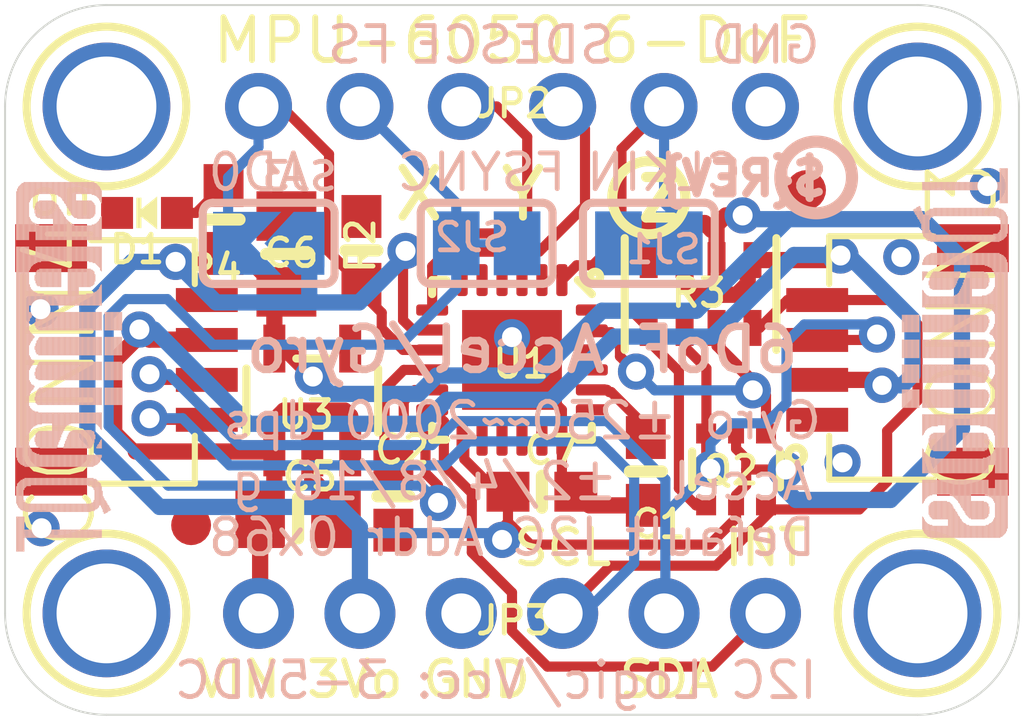
<source format=kicad_pcb>
(kicad_pcb (version 20221018) (generator pcbnew)
  (layers (0 "F.Cu" signal) (31 "B.Cu" signal) (34 "B.Paste" user) (35 "F.Paste" user) (36 "B.SilkS" user "B.Silkscreen") (37 "F.SilkS" user "F.Silkscreen") (38 "B.Mask" user) (39 "F.Mask" user) (44 "Edge.Cuts" user))
  (net 0 "")
  (net 1 "3.3V")
  (net 2 "GND")
  (net 3 "SDA")
  (net 4 "SCL")
  (net 5 "FSYNC_IN")
  (net 6 "CLKIN")
  (net 7 "CPOUT")
  (net 8 "REGOUT")
  (net 9 "SDA_EXT")
  (net 10 "SCL_EXT")
  (net 11 "AD0")
  (net 12 "SCL_3V")
  (net 13 "SDA_3V")
  (net 14 "INT")
  (net 15 "VCC")
  (net 16 "N$1")
  (footprint "Adafruit MPU6050:0805-NO" (layer "F.Cu") (at 143.1417 108.966)
    (fp_text reference "C5" (at -0.4572 -0.635) (layer "F.SilkS") (effects (font (size 0.692831 0.692831) (thickness 0.119969)) (justify left bottom)))
    (fp_text value "10uF")
    (pad "1" smd rect (at -0.95 0) (size 1.24 1.5) (layers "F.Cu" "F.Paste" "F.Mask") (net 15 "VCC"))
    (pad "2" smd rect (at 0.95 0) (size 1.24 1.5) (layers "F.Cu" "F.Paste" "F.Mask") (net 2 "GND"))
  )
  (footprint "Adafruit MPU6050:0603-NO" (layer "F.Cu") (at 144.7292 102.2604 90)
    (fp_text reference "R2" (at -0.635 0.381 90) (layer "F.SilkS") (effects (font (size 0.692831 0.692831) (thickness 0.119969)) (justify left bottom)))
    (fp_text value "10K")
    (pad "1" smd rect (at -0.85 0 90) (size 1.075 1) (layers "F.Cu" "F.Paste" "F.Mask") (net 11 "AD0"))
    (pad "2" smd rect (at 0.85 0 90) (size 1.075 1) (layers "F.Cu" "F.Paste" "F.Mask") (net 2 "GND"))
  )
  (footprint "Adafruit MPU6050:CHIPLED_0603_NOOUTLINE" (layer "F.Cu") (at 139.3571 101.3206 90)
    (fp_text reference "D1" (at -0.508 0.508) (layer "F.SilkS") (effects (font (size 0.692831 0.692831) (thickness 0.119969)) (justify right top)))
    (fp_text value "GREEN")
    (pad "A" smd rect (at 0 0.75 90) (size 0.8 0.8) (layers "F.Cu" "F.Paste" "F.Mask") (net 16 "N$1"))
    (pad "C" smd rect (at 0 -0.75 90) (size 0.8 0.8) (layers "F.Cu" "F.Paste" "F.Mask") (net 2 "GND"))
  )
  (footprint "Adafruit MPU6050:QFN24_4MM_SMSC" (layer "F.Cu") (at 148.5011 105.0036 -90)
    (fp_text reference "U1" (at 0.502 0.545) (layer "F.SilkS") (effects (font (size 0.692831 0.692831) (thickness 0.119969)) (justify left bottom)))
    (fp_text value "MPU-6050")
    (pad "1" smd roundrect (at -2 -1.25 90) (size 0.8 0.28) (layers "F.Cu" "F.Paste" "F.Mask") (net 6 "CLKIN"))
    (pad "2" smd roundrect (at -2 -0.75 90) (size 0.8 0.28) (layers "F.Cu" "F.Paste" "F.Mask"))
    (pad "3" smd roundrect (at -2 -0.25 90) (size 0.8 0.28) (layers "F.Cu" "F.Paste" "F.Mask"))
    (pad "4" smd roundrect (at -2 0.25 90) (size 0.8 0.28) (layers "F.Cu" "F.Paste" "F.Mask"))
    (pad "5" smd roundrect (at -2 0.75 90) (size 0.8 0.28) (layers "F.Cu" "F.Paste" "F.Mask"))
    (pad "6" smd roundrect (at -2 1.25 90) (size 0.8 0.28) (layers "F.Cu" "F.Paste" "F.Mask") (net 9 "SDA_EXT"))
    (pad "7" smd roundrect (at -1.25 2) (size 0.8 0.28) (layers "F.Cu" "F.Paste" "F.Mask") (net 10 "SCL_EXT"))
    (pad "8" smd roundrect (at -0.75 2) (size 0.8 0.28) (layers "F.Cu" "F.Paste" "F.Mask") (net 1 "3.3V"))
    (pad "9" smd roundrect (at -0.25 2) (size 0.8 0.28) (layers "F.Cu" "F.Paste" "F.Mask") (net 11 "AD0"))
    (pad "10" smd roundrect (at 0.25 2) (size 0.8 0.28) (layers "F.Cu" "F.Paste" "F.Mask") (net 8 "REGOUT"))
    (pad "11" smd roundrect (at 0.75 2) (size 0.8 0.28) (layers "F.Cu" "F.Paste" "F.Mask") (net 5 "FSYNC_IN"))
    (pad "12" smd roundrect (at 1.25 2) (size 0.8 0.28) (layers "F.Cu" "F.Paste" "F.Mask") (net 14 "INT"))
    (pad "13" smd roundrect (at 2 1.25 270) (size 0.8 0.28) (layers "F.Cu" "F.Paste" "F.Mask") (net 1 "3.3V"))
    (pad "14" smd roundrect (at 2 0.75 270) (size 0.8 0.28) (layers "F.Cu" "F.Paste" "F.Mask"))
    (pad "15" smd roundrect (at 2 0.25 270) (size 0.8 0.28) (layers "F.Cu" "F.Paste" "F.Mask"))
    (pad "16" smd roundrect (at 2 -0.25 270) (size 0.8 0.28) (layers "F.Cu" "F.Paste" "F.Mask"))
    (pad "17" smd roundrect (at 2 -0.75 270) (size 0.8 0.28) (layers "F.Cu" "F.Paste" "F.Mask"))
    (pad "18" smd roundrect (at 2 -1.25 270) (size 0.8 0.28) (layers "F.Cu" "F.Paste" "F.Mask") (net 2 "GND"))
    (pad "19" smd roundrect (at 1.25 -2 180) (size 0.8 0.28) (layers "F.Cu" "F.Paste" "F.Mask"))
    (pad "20" smd roundrect (at 0.75 -2 180) (size 0.8 0.28) (layers "F.Cu" "F.Paste" "F.Mask") (net 7 "CPOUT"))
    (pad "21" smd roundrect (at 0.25 -2 180) (size 0.8 0.28) (layers "F.Cu" "F.Paste" "F.Mask"))
    (pad "22" smd roundrect (at -0.25 -2 180) (size 0.8 0.28) (layers "F.Cu" "F.Paste" "F.Mask"))
    (pad "23" smd roundrect (at -0.75 -2 180) (size 0.8 0.28) (layers "F.Cu" "F.Paste" "F.Mask") (net 12 "SCL_3V"))
    (pad "24" smd roundrect (at -1.25 -2 180) (size 0.8 0.28) (layers "F.Cu" "F.Paste" "F.Mask") (net 13 "SDA_3V"))
    (pad "THERM" smd rect (at 0 0 270) (size 2.5 2.5) (layers "F.Cu" "F.Mask") (net 2 "GND"))
  )
  (footprint "Adafruit MPU6050:0603-NO" (layer "F.Cu") (at 149.2504 108.3056)
    (fp_text reference "C7" (at -0.508 -0.635) (layer "F.SilkS") (effects (font (size 0.692831 0.692831) (thickness 0.119969)) (justify left bottom)))
    (fp_text value "0.1uF")
    (pad "1" smd rect (at -0.85 0) (size 1.075 1) (layers "F.Cu" "F.Paste" "F.Mask") (net 1 "3.3V"))
    (pad "2" smd rect (at 0.85 0) (size 1.075 1) (layers "F.Cu" "F.Paste" "F.Mask") (net 2 "GND"))
  )
  (footprint "Adafruit MPU6050:0805-NO" (layer "F.Cu") (at 142.8496 102.3493 90)
    (fp_text reference "C6" (at -0.381 -0.635) (layer "F.SilkS") (effects (font (size 0.692831 0.692831) (thickness 0.119969)) (justify left bottom)))
    (fp_text value "10uF")
    (pad "1" smd rect (at -0.95 0 90) (size 1.24 1.5) (layers "F.Cu" "F.Paste" "F.Mask") (net 1 "3.3V"))
    (pad "2" smd rect (at 0.95 0 90) (size 1.24 1.5) (layers "F.Cu" "F.Paste" "F.Mask") (net 2 "GND"))
  )
  (footprint "Adafruit MPU6050:FIDUCIAL_1MM" (layer "F.Cu") (at 155.8671 100.7491)
    (fp_text reference "FID3" hide)
    (fp_text value "FIDUCIAL_1MM" hide)
    (pad "1" smd roundrect (at 0 0) (size 1 1) (layers "F.Cu" "F.Mask") (roundrect_rratio 0.5))
  )
  (footprint "Adafruit MPU6050:MOUNTINGHOLE_2.5_PLATED" (layer "F.Cu") (at 138.3411 98.6536)
    (fp_text reference "U$39" hide)
    (fp_text value "MOUNTINGHOLE2.5" hide)
    (pad "P$1" thru_hole circle (at 0 0) (size 3.2 3.2) (drill 2.5) (layers "*.Cu" "*.Mask"))
  )
  (footprint "Adafruit MPU6050:MOUNTINGHOLE_2.5_PLATED" (layer "F.Cu") (at 158.6611 111.3536)
    (fp_text reference "U$43" hide)
    (fp_text value "MOUNTINGHOLE2.5" hide)
    (pad "P$1" thru_hole circle (at 0 0) (size 3.2 3.2) (drill 2.5) (layers "*.Cu" "*.Mask"))
  )
  (footprint "Adafruit MPU6050:0603-NO" (layer "F.Cu") (at 151.8539 107.7976 -90)
    (fp_text reference "C1" (at 1.7272 0.4318) (layer "F.SilkS") (effects (font (size 0.692831 0.692831) (thickness 0.119969)) (justify left bottom)))
    (fp_text value "2.2nF")
    (pad "1" smd rect (at -0.85 0 270) (size 1.075 1) (layers "F.Cu" "F.Paste" "F.Mask") (net 7 "CPOUT"))
    (pad "2" smd rect (at 0.85 0 270) (size 1.075 1) (layers "F.Cu" "F.Paste" "F.Mask") (net 2 "GND"))
  )
  (footprint "Adafruit MPU6050:1X06_ROUND" (layer "F.Cu") (at 148.5011 98.6536)
    (fp_text reference "JP2" (at -0.9652 0.3302) (layer "F.SilkS") (effects (font (size 0.692831 0.692831) (thickness 0.119969)) (justify left bottom)))
    (fp_text value "")
    (pad "1" thru_hole circle (at -6.35 0 90) (size 1.6764 1.6764) (drill 1) (layers "*.Cu" "*.Mask") (net 11 "AD0"))
    (pad "2" thru_hole circle (at -3.81 0 90) (size 1.6764 1.6764) (drill 1) (layers "*.Cu" "*.Mask") (net 5 "FSYNC_IN"))
    (pad "3" thru_hole circle (at -1.27 0 90) (size 1.6764 1.6764) (drill 1) (layers "*.Cu" "*.Mask") (net 10 "SCL_EXT"))
    (pad "4" thru_hole circle (at 1.27 0 90) (size 1.6764 1.6764) (drill 1) (layers "*.Cu" "*.Mask") (net 9 "SDA_EXT"))
    (pad "5" thru_hole circle (at 3.81 0 90) (size 1.6764 1.6764) (drill 1) (layers "*.Cu" "*.Mask") (net 6 "CLKIN"))
    (pad "6" thru_hole circle (at 6.35 0 90) (size 1.6764 1.6764) (drill 1) (layers "*.Cu" "*.Mask") (net 2 "GND"))
  )
  (footprint "Adafruit MPU6050:SOT23-5" (layer "F.Cu") (at 143.4973 106.0196)
    (fp_text reference "U3" (at 0.6128 -0.0508) (layer "F.SilkS") (effects (font (size 0.692831 0.692831) (thickness 0.119969)) (justify right top)))
    (fp_text value "AP2112K-3.3")
    (pad "1" smd rect (at -0.95 1.3001) (size 0.55 1.2) (layers "F.Cu" "F.Paste" "F.Mask") (net 15 "VCC"))
    (pad "2" smd rect (at 0 1.3001) (size 0.55 1.2) (layers "F.Cu" "F.Paste" "F.Mask") (net 2 "GND"))
    (pad "3" smd rect (at 0.95 1.3001) (size 0.55 1.2) (layers "F.Cu" "F.Paste" "F.Mask") (net 15 "VCC"))
    (pad "4" smd rect (at 0.95 -1.3001) (size 0.55 1.2) (layers "F.Cu" "F.Paste" "F.Mask"))
    (pad "5" smd rect (at -0.95 -1.3001) (size 0.55 1.2) (layers "F.Cu" "F.Paste" "F.Mask") (net 1 "3.3V"))
  )
  (footprint "Adafruit MPU6050:0603-NO" (layer "F.Cu") (at 145.5293 108.4199 -90)
    (fp_text reference "C2" (at -0.762 0.5334) (layer "F.SilkS") (effects (font (size 0.692831 0.692831) (thickness 0.119969)) (justify left bottom)))
    (fp_text value "0.1uF")
    (pad "1" smd rect (at -0.85 0 270) (size 1.075 1) (layers "F.Cu" "F.Paste" "F.Mask") (net 8 "REGOUT"))
    (pad "2" smd rect (at 0.85 0 270) (size 1.075 1) (layers "F.Cu" "F.Paste" "F.Mask") (net 2 "GND"))
  )
  (footprint "Adafruit MPU6050:1X06_ROUND_70" (layer "F.Cu") (at 148.5011 111.3536)
    (fp_text reference "JP3" (at -0.9652 0.5842) (layer "F.SilkS") (effects (font (size 0.692831 0.692831) (thickness 0.119969)) (justify left bottom)))
    (fp_text value "")
    (pad "1" thru_hole circle (at -6.35 0 90) (size 1.778 1.778) (drill 1) (layers "*.Cu" "*.Mask") (net 15 "VCC"))
    (pad "2" thru_hole circle (at -3.81 0 90) (size 1.778 1.778) (drill 1) (layers "*.Cu" "*.Mask") (net 1 "3.3V"))
    (pad "3" thru_hole circle (at -1.27 0 90) (size 1.778 1.778) (drill 1) (layers "*.Cu" "*.Mask") (net 2 "GND"))
    (pad "4" thru_hole circle (at 1.27 0 90) (size 1.778 1.778) (drill 1) (layers "*.Cu" "*.Mask") (net 4 "SCL"))
    (pad "5" thru_hole circle (at 3.81 0 90) (size 1.778 1.778) (drill 1) (layers "*.Cu" "*.Mask") (net 3 "SDA"))
    (pad "6" thru_hole circle (at 6.35 0 90) (size 1.778 1.778) (drill 1) (layers "*.Cu" "*.Mask") (net 14 "INT"))
  )
  (footprint "Adafruit MPU6050:FIDUCIAL_1MM" (layer "F.Cu") (at 140.462 109.1438)
    (fp_text reference "FID4" hide)
    (fp_text value "FIDUCIAL_1MM" hide)
    (pad "1" smd roundrect (at 0 0) (size 1 1) (layers "F.Cu" "F.Mask") (roundrect_rratio 0.5))
  )
  (footprint "Adafruit MPU6050:0603-NO" (layer "F.Cu") (at 141.2748 101.4857 90)
    (fp_text reference "R4" (at -0.8382 0.5334) (layer "F.SilkS") (effects (font (size 0.692831 0.692831) (thickness 0.119969)) (justify right top)))
    (fp_text value "10K")
    (pad "1" smd rect (at -0.85 0 90) (size 1.075 1) (layers "F.Cu" "F.Paste" "F.Mask") (net 1 "3.3V"))
    (pad "2" smd rect (at 0.85 0 90) (size 1.075 1) (layers "F.Cu" "F.Paste" "F.Mask") (net 16 "N$1"))
  )
  (footprint "Adafruit MPU6050:SOT363" (layer "F.Cu") (at 154.1145 107.7468 180)
    (fp_text reference "Q2" (at -0.635 0.381) (layer "F.SilkS") (effects (font (size 0.692831 0.692831) (thickness 0.119969)) (justify right top)))
    (fp_text value "BSS138")
    (pad "1" smd rect (at -0.75 0.9 180) (size 0.5 0.5) (layers "F.Cu" "F.Paste" "F.Mask") (net 12 "SCL_3V"))
    (pad "2" smd rect (at 0 0.9 180) (size 0.4 0.5) (layers "F.Cu" "F.Paste" "F.Mask") (net 1 "3.3V"))
    (pad "3" smd rect (at 0.75 0.9 180) (size 0.5 0.5) (layers "F.Cu" "F.Paste" "F.Mask") (net 3 "SDA"))
    (pad "4" smd rect (at 0.75 -0.9 180) (size 0.5 0.5) (layers "F.Cu" "F.Paste" "F.Mask") (net 13 "SDA_3V"))
    (pad "5" smd rect (at 0 -0.9 180) (size 0.4 0.5) (layers "F.Cu" "F.Paste" "F.Mask") (net 1 "3.3V"))
    (pad "6" smd rect (at -0.75 -0.9 180) (size 0.5 0.5) (layers "F.Cu" "F.Paste" "F.Mask") (net 4 "SCL"))
  )
  (footprint "Adafruit MPU6050:MOUNTINGHOLE_2.5_PLATED" (layer "F.Cu") (at 158.6611 98.6536)
    (fp_text reference "U$40" hide)
    (fp_text value "MOUNTINGHOLE2.5" hide)
    (pad "P$1" thru_hole circle (at 0 0) (size 3.2 3.2) (drill 2.5) (layers "*.Cu" "*.Mask"))
  )
  (footprint "Adafruit MPU6050:RESPACK_4X0603" (layer "F.Cu") (at 153.2255 103.3526 180)
    (fp_text reference "R3" (at -0.711 0.432) (layer "F.SilkS") (effects (font (size 0.692831 0.692831) (thickness 0.119969)) (justify right top)))
    (fp_text value "10K")
    (pad "1" smd rect (at -1.3 0.85 180) (size 0.45 0.9) (layers "F.Cu" "F.Paste" "F.Mask") (net 15 "VCC"))
    (pad "2" smd rect (at -0.4 0.85 180) (size 0.45 0.9) (layers "F.Cu" "F.Paste" "F.Mask") (net 1 "3.3V"))
    (pad "3" smd rect (at 0.4 0.85 180) (size 0.45 0.9) (layers "F.Cu" "F.Paste" "F.Mask") (net 15 "VCC"))
    (pad "4" smd rect (at 1.3 0.85 180) (size 0.45 0.9) (layers "F.Cu" "F.Paste" "F.Mask") (net 1 "3.3V"))
    (pad "5" smd rect (at 1.3 -0.85 180) (size 0.45 0.9) (layers "F.Cu" "F.Paste" "F.Mask") (net 13 "SDA_3V"))
    (pad "6" smd rect (at 0.4 -0.85 180) (size 0.45 0.9) (layers "F.Cu" "F.Paste" "F.Mask") (net 3 "SDA"))
    (pad "7" smd rect (at -0.4 -0.85 180) (size 0.45 0.9) (layers "F.Cu" "F.Paste" "F.Mask") (net 12 "SCL_3V"))
    (pad "8" smd rect (at -1.3 -0.85 180) (size 0.45 0.9) (layers "F.Cu" "F.Paste" "F.Mask") (net 4 "SCL"))
  )
  (footprint "Adafruit MPU6050:MOUNTINGHOLE_2.5_PLATED" (layer "F.Cu") (at 138.3411 111.3536)
    (fp_text reference "U$42" hide)
    (fp_text value "MOUNTINGHOLE2.5" hide)
    (pad "P$1" thru_hole circle (at 0 0) (size 3.2 3.2) (drill 2.5) (layers "*.Cu" "*.Mask"))
  )
  (footprint "Adafruit MPU6050:JST_SH4" (layer "F.Cu") (at 138.3411 105.0036 -90)
    (fp_text reference "CONN4" (at -3.711 2.101 90) (layer "F.SilkS") (effects (font (size 1.647139 1.647139) (thickness 0.130861)) (justify right top)))
    (fp_text value "STEMMA_I2C_QT" hide)
    (pad "1" smd rect (at -1.5 -2.514) (size 1.55 0.6) (layers "F.Cu" "F.Paste" "F.Mask") (net 2 "GND"))
    (pad "2" smd rect (at -0.5 -2.514) (size 1.55 0.6) (layers "F.Cu" "F.Paste" "F.Mask") (net 15 "VCC"))
    (pad "3" smd rect (at 0.5 -2.514) (size 1.55 0.6) (layers "F.Cu" "F.Paste" "F.Mask") (net 3 "SDA"))
    (pad "4" smd rect (at 1.5 -2.514) (size 1.55 0.6) (layers "F.Cu" "F.Paste" "F.Mask") (net 4 "SCL"))
    (pad "MT1" smd rect (at -2.8 1.386) (size 1.8 1.2) (layers "F.Cu" "F.Paste" "F.Mask"))
    (pad "MT2" smd rect (at 2.8 1.386) (size 1.8 1.2) (layers "F.Cu" "F.Paste" "F.Mask"))
  )
  (footprint "Adafruit MPU6050:JST_SH4" (layer "F.Cu") (at 158.6611 105.0036 90)
    (fp_text reference "CONN3" (at -3.457 2.101 90) (layer "F.SilkS") (effects (font (size 1.647139 1.647139) (thickness 0.130861)) (justify left bottom)))
    (fp_text value "STEMMA_I2C_QT" hide)
    (pad "1" smd rect (at -1.5 -2.514 180) (size 1.55 0.6) (layers "F.Cu" "F.Paste" "F.Mask") (net 2 "GND"))
    (pad "2" smd rect (at -0.5 -2.514 180) (size 1.55 0.6) (layers "F.Cu" "F.Paste" "F.Mask") (net 15 "VCC"))
    (pad "3" smd rect (at 0.5 -2.514 180) (size 1.55 0.6) (layers "F.Cu" "F.Paste" "F.Mask") (net 3 "SDA"))
    (pad "4" smd rect (at 1.5 -2.514 180) (size 1.55 0.6) (layers "F.Cu" "F.Paste" "F.Mask") (net 4 "SCL"))
    (pad "MT1" smd rect (at -2.8 1.386 180) (size 1.8 1.2) (layers "F.Cu" "F.Paste" "F.Mask"))
    (pad "MT2" smd rect (at 2.8 1.386 180) (size 1.8 1.2) (layers "F.Cu" "F.Paste" "F.Mask"))
  )
  (footprint "Adafruit MPU6050:SOLDERJUMPER_ARROW_NOPASTE" (layer "B.Cu") (at 142.4051 102.0826 180)
    (fp_text reference "SJ3" (at -1.778 1.27) (layer "B.SilkS") (effects (font (size 0.692831 0.692831) (thickness 0.119969)) (justify left bottom mirror)))
    (fp_text value "")
    (fp_poly (pts (xy 0.106121 -0.002663) (xy -0.679416 -0.7882) (xy -1.3946 -0.7882) (xy -1.3946 0.7882) (xy -0.62715 0.7882)) (fill solid) (layer "B.Cu"))
    (fp_poly (pts (xy 1.3946 -0.7882) (xy -0.315893 -0.7882) (xy 0.443148 0) (xy -0.315893 0.7882) (xy 1.3946 0.7882)) (fill solid) (layer "B.Cu"))
    (pad "1" smd roundrect (at -1.016 0 180) (size 0.762 1.524) (layers "B.Cu") (net 1 "3.3V"))
    (pad "2" smd roundrect (at 1.016 0 180) (size 0.762 1.524) (layers "B.Cu") (net 11 "AD0"))
  )
  (footprint "Adafruit MPU6050:PCBFEAT-REV-040" (layer "B.Cu") (at 156.1211 100.4316 180)
    (fp_text reference "U$46" hide)
    (fp_text value "" hide)
    (fp_text user "${REV}" (at -0.3556 -0.508) (layer "B.SilkS") (effects (font (size 0.8128 0.8128) (thickness 0.2032)) (justify left bottom mirror)))
  )
  (footprint "Adafruit MPU6050:SOLDERJUMPER_CLOSEDWIRE" (layer "B.Cu") (at 151.9301 102.0826)
    (fp_text reference "SJ1" (at -0.635 -0.254) (layer "B.SilkS") (effects (font (size 0.692831 0.692831) (thickness 0.119969)) (justify right top mirror)))
    (fp_text value "CLKIN")
    (pad "1" smd rect (at -0.762 0) (size 1.1684 1.6002) (layers "B.Cu") (net 2 "GND"))
    (pad "2" smd rect (at 0.762 0) (size 1.1684 1.6002) (layers "B.Cu") (net 6 "CLKIN"))
    (pad "WIRE" smd rect (at 0 0 180) (size 0.635 0.2032) (layers "B.Cu"))
  )
  (footprint "Adafruit MPU6050:STEMMAQT" (layer "B.Cu") (at 158.2801 109.4486 90)
    (fp_text reference "U$47" hide)
    (fp_text value "" hide)
  )
  (footprint "Adafruit MPU6050:SOLDERJUMPER_CLOSEDWIRE" (layer "B.Cu") (at 147.8661 102.0826 180)
    (fp_text reference "SJ2" (at -0.635 -0.254) (layer "B.SilkS") (effects (font (size 0.692831 0.692831) (thickness 0.119969)) (justify left bottom mirror)))
    (fp_text value "FSYNC")
    (pad "1" smd rect (at -0.762 0 180) (size 1.1684 1.6002) (layers "B.Cu") (net 2 "GND"))
    (pad "2" smd rect (at 0.762 0 180) (size 1.1684 1.6002) (layers "B.Cu") (net 5 "FSYNC_IN"))
    (pad "WIRE" smd rect (at 0 0) (size 0.635 0.2032) (layers "B.Cu"))
  )
  (footprint "Adafruit MPU6050:STEMMAQT" (layer "B.Cu") (at 138.7221 100.5586 -90)
    (fp_text reference "U$48" hide)
    (fp_text value "" hide)
  )
  (gr_circle (center 151.9301 100.9396) (end 152.845909 100.9396) (stroke (width 0.254)) (fill none) (layer "F.SilkS"))
  (gr_arc (start 135.8011 98.6536) (mid 136.545049 96.857549) (end 138.3411 96.1136) (stroke (width 0.05)) (layer "Edge.Cuts"))
  (gr_arc (start 138.3411 113.8936) (mid 136.545049 113.149651) (end 135.8011 111.3536) (stroke (width 0.05)) (layer "Edge.Cuts"))
  (gr_arc (start 161.2011 111.3536) (mid 160.457151 113.149651) (end 158.6611 113.8936) (stroke (width 0.05)) (layer "Edge.Cuts"))
  (gr_line (start 135.8011 98.6536) (end 135.8011 111.3536) (stroke (width 0.05)) (layer "Edge.Cuts"))
  (gr_line (start 138.3411 113.8936) (end 158.6611 113.8936) (stroke (width 0.05)) (layer "Edge.Cuts"))
  (gr_arc (start 158.6611 96.1136) (mid 160.457151 96.857549) (end 161.2011 98.6536) (stroke (width 0.05)) (layer "Edge.Cuts"))
  (gr_line (start 158.6611 96.1136) (end 138.3411 96.1136) (stroke (width 0.05)) (layer "Edge.Cuts"))
  (gr_line (start 161.2011 111.3536) (end 161.2011 98.6536) (stroke (width 0.05)) (layer "Edge.Cuts"))
  (gr_text "SCE" (at 147.2311 97.6376) (layer "B.SilkS") (effects (font (size 0.89408 0.89408) (thickness 0.12192)) (justify bottom mirror)))
  (gr_text "AD0" (at 142.1511 100.3046) (layer "B.SilkS") (effects (font (size 0.89408 0.89408) (thickness 0.12192)) (justify mirror)))
  (gr_text "FSYNC" (at 147.7391 100.3046) (layer "B.SilkS") (effects (font (size 0.89408 0.89408) (thickness 0.12192)) (justify mirror)))
  (gr_text "CLKIN" (at 152.3111 100.3046) (layer "B.SilkS") (effects (font (size 0.89408 0.89408) (thickness 0.12192)) (justify mirror)))
  (gr_text "Gyro ±250~~2000 dps" (at 148.7551 106.5276) (layer "B.SilkS") (effects (font (size 0.89408 0.89408) (thickness 0.12192)) (justify mirror)))
  (gr_text "I2C Logic/Vcc: 3-5VDC" (at 148.0947 113.03) (layer "B.SilkS") (effects (font (size 0.89408 0.89408) (thickness 0.12192)) (justify mirror)))
  (gr_text "SDE" (at 149.7711 97.6376) (layer "B.SilkS") (effects (font (size 0.89408 0.89408) (thickness 0.12192)) (justify bottom mirror)))
  (gr_text "FS" (at 144.6911 97.6376) (layer "B.SilkS") (effects (font (size 0.89408 0.89408) (thickness 0.12192)) (justify bottom mirror)))
  (gr_text "Accel  ±2/4/8/16 g" (at 148.7551 108.0516) (layer "B.SilkS") (effects (font (size 0.89408 0.89408) (thickness 0.12192)) (justify mirror)))
  (gr_text "Default I2C Addr 0x68" (at 148.5011 109.4486) (layer "B.SilkS") (effects (font (size 0.89408 0.89408) (thickness 0.12192)) (justify mirror)))
  (gr_text "6DoF Accel/Gyro" (at 148.7551 104.7496) (layer "B.SilkS") (effects (font (size 1.0795 1.0795) (thickness 0.1905)) (justify mirror)))
  (gr_text "GND" (at 154.8511 97.6376) (layer "B.SilkS") (effects (font (size 0.89408 0.89408) (thickness 0.12192)) (justify bottom mirror)))
  (gr_text "on" (at 136.3091 101.4476) (layer "F.SilkS") (effects (font (size 0.89408 0.89408) (thickness 0.12192)) (justify left bottom)))
  (gr_text "SCL" (at 149.7711 109.7026) (layer "F.SilkS") (effects (font (size 0.87376 0.87376) (thickness 0.14224))))
  (gr_text "MPU-6050 6-DoF" (at 148.5011 97.0026) (layer "F.SilkS") (effects (font (size 1.072896 1.072896) (thickness 0.146304))))
  (gr_text "SDA" (at 152.4381 113.0046) (layer "F.SilkS") (effects (font (size 0.87376 0.87376) (thickness 0.14224))))
  (gr_text "GND" (at 147.6121 113.0046) (layer "F.SilkS") (effects (font (size 0.87376 0.87376) (thickness 0.14224))))
  (gr_text "VIN" (at 141.6431 113.0046) (layer "F.SilkS") (effects (font (size 0.87376 0.87376) (thickness 0.14224))))
  (gr_text "Z" (at 151.5491 101.5746) (layer "F.SilkS") (effects (font (size 1.016 1.016) (thickness 0.254)) (justify left bottom)))
  (gr_text "3Vo" (at 144.5641 113.0046) (layer "F.SilkS") (effects (font (size 0.87376 0.87376) (thickness 0.14224))))
  (gr_text "INT" (at 154.8511 109.7026) (layer "F.SilkS") (effects (font (size 0.87376 0.87376) (thickness 0.14224))))
  (gr_text "X" (at 145.4531 101.5746) (layer "F.SilkS") (effects (font (size 1.223264 1.223264) (thickness 0.199136)) (justify left bottom)))
  (gr_text "Y" (at 148.1201 101.5746) (layer "F.SilkS") (effects (font (size 1.223264 1.223264) (thickness 0.199136)) (justify left bottom)))
  (segment (start 154.3685 108.1388) (end 154.1145 108.3928) (width 0.254) (layer "F.Cu") (net 1))
  (segment (start 147.84335 108.0259) (end 147.8289 108.0259) (width 0.254) (layer "F.Cu") (net 1))
  (segment (start 153.3271 101.5746) (end 151.9255 101.5746) (width 0.4064) (layer "F.Cu") (net 1))
  (segment (start 154.3685 107.7498) (end 155.3591 107.7498) (width 0.254) (layer "F.Cu") (net 1))
  (segment (start 147.2511 107.0036) (end 147.3063 107.0588) (width 0.254) (layer "F.Cu") (net 1))
  (segment (start 140.073 102.5472) (end 141.0633 102.5472) (width 0.4064) (layer "F.Cu") (net 1))
  (segment (start 146.5011 104.2536) (end 146.0185 104.2536) (width 0.254) (layer "F.Cu") (net 1))
  (segment (start 153.6255 102.5026) (end 153.6255 101.619) (width 0.4064) (layer "F.Cu") (net 1))
  (segment (start 146.0185 104.2536) (end 145.7715 104.0066) (width 0.254) (layer "F.Cu") (net 1))
  (segment (start 153.4985 101.746) (end 153.6255 101.619) (width 0.4064) (layer "F.Cu") (net 1))
  (segment (start 154.1145 106.8468) (end 154.1145 107.2278) (width 0.254) (layer "F.Cu") (net 1))
  (segment (start 142.5473 103.497416) (end 142.770621 103.274094) (width 0.4064) (layer "F.Cu") (net 1))
  (segment (start 147.3063 107.48885) (end 147.84335 108.0259) (width 0.254) (layer "F.Cu") (net 1))
  (segment (start 153.4541 109.6304) (end 148.9632 109.6304) (width 0.254) (layer "F.Cu") (net 1))
  (segment (start 153.6255 101.619) (end 153.8604 101.3841) (width 0.4064) (layer "F.Cu") (net 1))
  (segment (start 148.4004 108.3056) (end 148.4004 109.0676) (width 0.254) (layer "F.Cu") (net 1))
  (segment (start 148.1086 108.3056) (end 148.4004 108.3056) (width 0.254) (layer "F.Cu") (net 1))
  (segment (start 154.1145 108.6468) (end 154.1145 108.97) (width 0.254) (layer "F.Cu") (net 1))
  (segment (start 154.1145 108.97) (end 153.4541 109.6304) (width 0.254) (layer "F.Cu") (net 1))
  (segment (start 151.9255 102.5026) (end 151.9255 101.5746) (width 0.4064) (layer "F.Cu") (net 1))
  (segment (start 153.4985 101.746) (end 153.3271 101.5746) (width 0.4064) (layer "F.Cu") (net 1))
  (segment (start 154.3685 107.7498) (end 154.3685 108.1388) (width 0.254) (layer "F.Cu") (net 1))
  (segment (start 145.7715 102.3357) (end 145.8341 102.2731) (width 0.254) (layer "F.Cu") (net 1))
  (segment (start 154.3685 107.4818) (end 154.3685 107.7498) (width 0.254) (layer "F.Cu") (net 1))
  (segment (start 145.7715 104.0066) (end 145.7715 102.3357) (width 0.254) (layer "F.Cu") (net 1))
  (segment (start 142.521178 103.194479) (end 142.770621 103.274094) (width 0.254) (layer "F.Cu") (net 1))
  (segment (start 142.5473 104.7195) (end 142.5473 103.497416) (width 0.4064) (layer "F.Cu") (net 1))
  (segment (start 141.6624 102.3357) (end 142.521178 103.194479) (width 0.254) (layer "F.Cu") (net 1))
  (segment (start 141.0633 102.5472) (end 141.2748 102.3357) (width 0.4064) (layer "F.Cu") (net 1))
  (segment (start 154.3685 107.4818) (end 154.1145 107.2278) (width 0.254) (layer "F.Cu") (net 1))
  (segment (start 154.1145 108.3928) (end 154.1145 108.6468) (width 0.254) (layer "F.Cu") (net 1))
  (segment (start 147.8289 108.0259) (end 148.1086 108.3056) (width 0.254) (layer "F.Cu") (net 1))
  (segment (start 141.2748 102.3357) (end 141.6624 102.3357) (width 0.254) (layer "F.Cu") (net 1))
  (segment (start 147.3063 107.0588) (end 147.3063 107.48885) (width 0.254) (layer "F.Cu") (net 1))
  (segment (start 142.770621 103.274094) (end 142.8496 103.2993) (width 0.254) (layer "F.Cu") (net 1))
  (segment (start 142.5473 104.7195) (end 142.811975 104.7195) (width 0.4064) (layer "F.Cu") (net 1))
  (segment (start 153.8604 101.3841) (end 154.2796 101.3841) (width 0.4064) (layer "F.Cu") (net 1))
  (segment (start 148.2526 109.2154) (end 148.2526 109.512425) (width 0.254) (layer "F.Cu") (net 1))
  (segment (start 148.9632 109.6304) (end 148.4004 109.0676) (width 0.254) (layer "F.Cu") (net 1))
  (segment (start 148.4004 109.0676) (end 148.2526 109.2154) (width 0.254) (layer "F.Cu") (net 1))
  (segment (start 142.811975 104.7195) (end 143.512587 105.420113) (width 0.4064) (layer "F.Cu") (net 1))
  (via (at 143.512587 105.420113) (size 0.9064) (drill 0.5) (layers "F.Cu" "B.Cu") (net 1))
  (via (at 145.8341 102.2731) (size 0.9064) (drill 0.5) (layers "F.Cu" "B.Cu") (net 1))
  (via (at 140.073 102.5472) (size 0.9064) (drill 0.5) (layers "F.Cu" "B.Cu") (net 1))
  (via (at 148.2526 109.512425) (size 0.9064) (drill 0.5) (layers "F.Cu" "B.Cu") (net 1))
  (via (at 155.3591 107.7498) (size 0.9064) (drill 0.5) (layers "F.Cu" "B.Cu") (net 1))
  (via (at 154.2796 101.3841) (size 0.9064) (drill 0.5) (layers "F.Cu" "B.Cu") (net 1))
  (segment (start 139.670675 108.6866) (end 137.8625 106.878425) (width 0.4064) (layer "B.Cu") (net 1))
  (segment (start 143.4211 103.4362) (end 143.5481 103.5632) (width 0.4064) (layer "B.Cu") (net 1))
  (segment (start 157.983637 108.5118) (end 155.6131 108.5118) (width 0.4064) (layer "B.Cu") (net 1))
  (segment (start 159.7747 102.473663) (end 158.778937 101.4779) (width 0.4064) (layer "B.Cu") (net 1))
  (segment (start 144.65935 109.16285) (end 144.1831 108.6866) (width 0.4064) (layer "B.Cu") (net 1))
  (segment (start 143.4211 102.0826) (end 143.4211 103.4362) (width 0.4064) (layer "B.Cu") (net 1))
  (segment (start 137.8625 106.878425) (end 137.8625 103.667463) (width 0.4064) (layer "B.Cu") (net 1))
  (segment (start 158.778937 101.4779) (end 155.410412 101.4779) (width 0.4064) (layer "B.Cu") (net 1))
  (segment (start 143.5481 103.5632) (end 141.089 103.5632) (width 0.4064) (layer "B.Cu") (net 1))
  (segment (start 148.083175 109.343) (end 144.8395 109.343) (width 0.254) (layer "B.Cu") (net 1))
  (segment (start 138.982762 102.5472) (end 140.073 102.5472) (width 0.4064) (layer "B.Cu") (net 1))
  (segment (start 144.6911 109.1946) (end 144.65935 109.16285) (width 0.4064) (layer "B.Cu") (net 1))
  (segment (start 144.6911 111.3536) (end 144.6911 109.1946) (width 0.4064) (layer "B.Cu") (net 1))
  (segment (start 155.3591 108.2578) (end 155.3591 107.7498) (width 0.4064) (layer "B.Cu") (net 1))
  (segment (start 159.7747 102.473663) (end 159.7747 106.720738) (width 0.4064) (layer "B.Cu") (net 1))
  (segment (start 144.1831 108.6866) (end 139.670675 108.6866) (width 0.4064) (layer "B.Cu") (net 1))
  (segment (start 141.089 103.5632) (end 140.073 102.5472) (width 0.4064) (layer "B.Cu") (net 1))
  (segment (start 144.671 103.5632) (end 143.5481 103.5632) (width 0.4064) (layer "B.Cu") (net 1))
  (segment (start 148.2526 109.512425) (end 148.083175 109.343) (width 0.254) (layer "B.Cu") (net 1))
  (segment (start 144.8395 109.343) (end 144.65935 109.16285) (width 0.254) (layer "B.Cu") (net 1))
  (segment (start 154.2796 101.3841) (end 154.3734 101.4779) (width 0.4064) (layer "B.Cu") (net 1))
  (segment (start 155.410412 101.4779) (end 154.3734 101.4779) (width 0.4064) (layer "B.Cu") (net 1))
  (segment (start 146.160156 105.855094) (end 143.947568 105.855094) (width 0.4064) (layer "B.Cu") (net 1))
  (segment (start 153.116612 103.7717) (end 150.753293 103.7717) (width 0.4064) (layer "B.Cu") (net 1))
  (segment (start 155.6131 108.5118) (end 155.3591 108.2578) (width 0.4064) (layer "B.Cu") (net 1))
  (segment (start 155.410412 101.4779) (end 153.116612 103.7717) (width 0.4064) (layer "B.Cu") (net 1))
  (segment (start 150.753293 103.7717) (end 149.131693 105.3933) (width 0.4064) (layer "B.Cu") (net 1))
  (segment (start 145.8341 102.2731) (end 145.8341 102.4001) (width 0.4064) (layer "B.Cu") (net 1))
  (segment (start 149.131693 105.3933) (end 146.62195 105.3933) (width 0.4064) (layer "B.Cu") (net 1))
  (segment (start 146.160156 105.855094) (end 146.62195 105.3933) (width 0.4064) (layer "B.Cu") (net 1))
  (segment (start 137.8625 103.667463) (end 138.982762 102.5472) (width 0.4064) (layer "B.Cu") (net 1))
  (segment (start 143.512587 105.420113) (end 143.947568 105.855094) (width 0.4064) (layer "B.Cu") (net 1))
  (segment (start 159.7747 106.720738) (end 157.983637 108.5118) (width 0.4064) (layer "B.Cu") (net 1))
  (segment (start 145.8341 102.4001) (end 144.671 103.5632) (width 0.4064) (layer "B.Cu") (net 1))
  (segment (start 148.5011 105.0036) (end 149.7511 106.2536) (width 0.254) (layer "F.Cu") (net 2))
  (segment (start 149.7511 106.2536) (end 149.7511 107.0036) (width 0.254) (layer "F.Cu") (net 2))
  (segment (start 144.0917 108.5952) (end 144.0917 108.966) (width 0.4064) (layer "F.Cu") (net 2))
  (segment (start 150.1004 108.3056) (end 150.4424 108.6476) (width 0.4064) (layer "F.Cu") (net 2))
  (segment (start 143.4973 108.0008) (end 144.0917 108.5952) (width 0.4064) (layer "F.Cu") (net 2))
  (segment (start 150.4424 108.6476) (end 151.8539 108.6476) (width 0.4064) (layer "F.Cu") (net 2))
  (segment (start 143.4973 107.3197) (end 143.4973 108.0008) (width 0.4064) (layer "F.Cu") (net 2))
  (segment (start 149.7511 107.9563) (end 149.7511 107.0036) (width 0.254) (layer "F.Cu") (net 2))
  (segment (start 148.5011 105.0036) (end 148.5011 104.4321) (width 0.254) (layer "F.Cu") (net 2))
  (segment (start 150.1004 108.3056) (end 149.7511 107.9563) (width 0.254) (layer "F.Cu") (net 2))
  (via (at 136.6901 103.7336) (size 0.9064) (drill 0.5) (layers "F.Cu" "B.Cu") (net 2))
  (via (at 158.2547 102.4255) (size 0.9064) (drill 0.5) (layers "F.Cu" "B.Cu") (net 2))
  (via (at 136.7155 109.22) (size 0.9064) (drill 0.5) (layers "F.Cu" "B.Cu") (net 2))
  (via (at 156.7815 107.569) (size 0.9064) (drill 0.5) (layers "F.Cu" "B.Cu") (net 2))
  (via (at 160.4137 100.6475) (size 0.9064) (drill 0.5) (layers "F.Cu" "B.Cu") (net 2))
  (via (at 148.5011 104.4321) (size 0.9064) (drill 0.5) (layers "F.Cu" "B.Cu") (net 2))
  (segment (start 153.3716 105.2186) (end 153.3716 107.7341) (width 0.254) (layer "F.Cu") (net 3))
  (segment (start 157.5101 104.5036) (end 157.6451 104.3686) (width 0.254) (layer "F.Cu") (net 3))
  (segment (start 139.521312 105.5036) (end 139.4206 105.361994) (width 0.254) (layer "F.Cu") (net 3))
  (segment (start 153.4732 107.7341) (end 153.374262 107.6722) (width 0.254) (layer "F.Cu") (net 3))
  (segment (start 153.4732 107.7341) (end 153.3716 107.7341) (width 0.254) (layer "F.Cu") (net 3))
  (segment (start 153.3716 105.2186) (end 152.8255 104.6725) (width 0.254) (layer "F.Cu") (net 3))
  (segment (start 152.8255 104.6725) (end 152.8255 104.2026) (width 0.254) (layer "F.Cu") (net 3))
  (segment (start 156.1471 104.5036) (end 157.5101 104.5036) (width 0.254) (layer "F.Cu") (net 3))
  (segment (start 140.8551 105.5036) (end 139.521312 105.5036) (width 0.254) (layer "F.Cu") (net 3))
  (segment (start 153.3645 106.8468) (end 153.374262 107.6722) (width 0.254) (layer "F.Cu") (net 3))
  (via (at 153.4732 107.7341) (size 0.9064) (drill 0.5) (layers "F.Cu" "B.Cu") (net 3))
  (via (at 157.6451 104.3686) (size 0.9064) (drill 0.5) (layers "F.Cu" "B.Cu") (net 3))
  (via (at 139.4206 105.361994) (size 0.9064) (drill 0.5) (layers "F.Cu" "B.Cu") (net 3))
  (segment (start 155.3782 104.5591) (end 155.3782 106.0831) (width 0.254) (layer "B.Cu") (net 3))
  (segment (start 147.0954 106.5363) (end 146.4945 107.1372) (width 0.254) (layer "B.Cu") (net 3))
  (segment (start 141.676156 107.1372) (end 139.90095 105.361994) (width 0.254) (layer "B.Cu") (net 3))
  (segment (start 153.4732 107.7341) (end 152.3429 108.8644) (width 0.254) (layer "B.Cu") (net 3))
  (segment (start 153.9812 106.5911) (end 153.4732 107.0991) (width 0.254) (layer "B.Cu") (net 3))
  (segment (start 157.3911 104.1146) (end 155.8227 104.1146) (width 0.254) (layer "B.Cu") (net 3))
  (segment (start 146.4945 107.1372) (end 141.676156 107.1372) (width 0.254) (layer "B.Cu") (net 3))
  (segment (start 152.3429 108.8644) (end 152.3429 111.3218) (width 0.254) (layer "B.Cu") (net 3))
  (segment (start 150.882462 106.5363) (end 147.0954 106.5363) (width 0.254) (layer "B.Cu") (net 3))
  (segment (start 155.3782 106.0831) (end 154.8702 106.5911) (width 0.254) (layer "B.Cu") (net 3))
  (segment (start 152.3111 111.3536) (end 152.3429 111.3218) (width 0.254) (layer "B.Cu") (net 3))
  (segment (start 155.8227 104.1146) (end 155.3782 104.5591) (width 0.254) (layer "B.Cu") (net 3))
  (segment (start 154.8702 106.5911) (end 153.9812 106.5911) (width 0.254) (layer "B.Cu") (net 3))
  (segment (start 139.90095 105.361994) (end 139.4206 105.361994) (width 0.254) (layer "B.Cu") (net 3))
  (segment (start 152.3429 107.996738) (end 152.3429 108.8644) (width 0.254) (layer "B.Cu") (net 3))
  (segment (start 157.6451 104.3686) (end 157.3911 104.1146) (width 0.254) (layer "B.Cu") (net 3))
  (segment (start 153.4732 107.7341) (end 153.4732 107.0991) (width 0.254) (layer "B.Cu") (net 3))
  (segment (start 152.3429 107.996738) (end 150.882462 106.5363) (width 0.254) (layer "B.Cu") (net 3))
  (segment (start 139.4601 106.5036) (end 139.4206 106.4641) (width 0.254) (layer "F.Cu") (net 4))
  (segment (start 155.034075 108.7404) (end 153.615675 110.1588) (width 0.254) (layer "F.Cu") (net 4))
  (segment (start 156.1471 103.5036) (end 155.4023 103.5036) (width 0.254) (layer "F.Cu") (net 4))
  (segment (start 157.8991 106.7816) (end 157.8991 108.0516) (width 0.254) (layer "F.Cu") (net 4))
  (segment (start 158.6611 106.0196) (end 157.8991 106.7816) (width 0.254) (layer "F.Cu") (net 4))
  (segment (start 140.8551 106.5036) (end 139.4601 106.5036) (width 0.254) (layer "F.Cu") (net 4))
  (segment (start 158.6611 104.1146) (end 158.6611 106.0196) (width 0.254) (layer "F.Cu") (net 4))
  (segment (start 154.966712 108.749013) (end 154.8645 108.6468) (width 0.254) (layer "F.Cu") (net 4))
  (segment (start 154.8645 108.6468) (end 154.8939 108.6174) (width 0.254) (layer "F.Cu") (net 4))
  (segment (start 157.201687 108.749013) (end 154.966712 108.749013) (width 0.254) (layer "F.Cu") (net 4))
  (segment (start 153.615675 110.1588) (end 150.9659 110.1588) (width 0.254) (layer "F.Cu") (net 4))
  (segment (start 158.0501 103.5036) (end 158.6611 104.1146) (width 0.254) (layer "F.Cu") (net 4))
  (segment (start 154.7033 104.2026) (end 154.5255 104.2026) (width 0.254) (layer "F.Cu") (net 4))
  (segment (start 154.8939 108.6174) (end 154.911075 108.6174) (width 0.254) (layer "F.Cu") (net 4))
  (segment (start 154.911075 108.6174) (end 155.034075 108.7404) (width 0.254) (layer "F.Cu") (net 4))
  (segment (start 156.1471 103.5036) (end 158.0501 103.5036) (width 0.254) (layer "F.Cu") (net 4))
  (segment (start 157.8991 108.0516) (end 157.201687 108.749013) (width 0.254) (layer "F.Cu") (net 4))
  (segment (start 155.4023 103.5036) (end 154.7033 104.2026) (width 0.254) (layer "F.Cu") (net 4))
  (segment (start 150.9659 110.1588) (end 149.7711 111.3536) (width 0.254) (layer "F.Cu") (net 4))
  (via (at 139.4206 106.4641) (size 0.9064) (drill 0.5) (layers "F.Cu" "B.Cu") (net 4))
  (segment (start 151.5618 110.0963) (end 150.3045 111.3536) (width 0.254) (layer "B.Cu") (net 4))
  (segment (start 141.4272 107.6452) (end 146.812 107.6452) (width 0.254) (layer "B.Cu") (net 4))
  (segment (start 151.5618 107.925719) (end 151.5618 110.0963) (width 0.254) (layer "B.Cu") (net 4))
  (segment (start 141.4272 107.6452) (end 140.2461 106.4641) (width 0.254) (layer "B.Cu") (net 4))
  (segment (start 149.7711 111.3536) (end 150.3045 111.3536) (width 0.254) (layer "B.Cu") (net 4))
  (segment (start 139.4206 106.4641) (end 140.2461 106.4641) (width 0.254) (layer "B.Cu") (net 4))
  (segment (start 150.680381 107.0443) (end 151.5618 107.925719) (width 0.254) (layer "B.Cu") (net 4))
  (segment (start 147.4129 107.0443) (end 150.680381 107.0443) (width 0.254) (layer "B.Cu") (net 4))
  (segment (start 146.812 107.6452) (end 147.4129 107.0443) (width 0.254) (layer "B.Cu") (net 4))
  (segment (start 146.04125 106.7276) (end 146.15555 106.7276) (width 0.254) (layer "F.Cu") (net 5))
  (segment (start 146.3341 107.8404) (end 146.6469 108.1532) (width 0.254) (layer "F.Cu") (net 5))
  (segment (start 146.06665 105.758) (end 145.7891 106.03555) (width 0.254) (layer "F.Cu") (net 5))
  (segment (start 145.7891 106.47545) (end 146.04125 106.7276) (width 0.254) (layer "F.Cu") (net 5))
  (segment (start 146.5011 105.7536) (end 146.4967 105.758) (width 0.254) (layer "F.Cu") (net 5))
  (segment (start 146.6469 108.1532) (end 146.6469 108.585) (width 0.254) (layer "F.Cu") (net 5))
  (segment (start 146.15555 106.7276) (end 146.3341 106.90615) (width 0.254) (layer "F.Cu") (net 5))
  (segment (start 146.4967 105.758) (end 146.06665 105.758) (width 0.254) (layer "F.Cu") (net 5))
  (segment (start 146.3341 106.90615) (end 146.3341 107.8404) (width 0.254) (layer "F.Cu") (net 5))
  (segment (start 145.7891 106.03555) (end 145.7891 106.47545) (width 0.254) (layer "F.Cu") (net 5))
  (via (at 146.6469 108.585) (size 0.9064) (drill 0.5) (layers "F.Cu" "B.Cu") (net 5))
  (segment (start 138.3959 103.915463) (end 138.3959 106.657482) (width 0.254) (layer "B.Cu") (net 5))
  (segment (start 147.1041 102.0826) (end 147.1041 101.0666) (width 0.254) (layer "B.Cu") (net 5))
  (segment (start 138.831762 103.4796) (end 139.8651 103.4796) (width 0.254) (layer "B.Cu") (net 5))
  (segment (start 147.1041 101.0666) (end 144.6911 98.6536) (width 0.254) (layer "B.Cu") (net 5))
  (segment (start 147.1041 102.0826) (end 147.1041 103.2256) (width 0.254) (layer "B.Cu") (net 5))
  (segment (start 138.3959 103.915463) (end 138.831762 103.4796) (width 0.254) (layer "B.Cu") (net 5))
  (segment (start 141.0081 104.6226) (end 145.7071 104.6226) (width 0.254) (layer "B.Cu") (net 5))
  (segment (start 146.6469 108.585) (end 146.2151 108.1532) (width 0.254) (layer "B.Cu") (net 5))
  (segment (start 139.891618 108.1532) (end 138.3959 106.657482) (width 0.254) (layer "B.Cu") (net 5))
  (segment (start 139.8651 103.4796) (end 141.0081 104.6226) (width 0.254) (layer "B.Cu") (net 5))
  (segment (start 147.1041 103.2256) (end 145.7071 104.6226) (width 0.254) (layer "B.Cu") (net 5))
  (segment (start 146.2151 108.1532) (end 139.891618 108.1532) (width 0.254) (layer "B.Cu") (net 5))
  (segment (start 150.1213 102.6334) (end 150.52285 102.6334) (width 0.254) (layer "F.Cu") (net 6))
  (segment (start 150.52285 102.6334) (end 151.2433 101.91295) (width 0.254) (layer "F.Cu") (net 6))
  (segment (start 151.2433 99.7214) (end 152.3111 98.6536) (width 0.254) (layer "F.Cu") (net 6))
  (segment (start 149.7511 103.0036) (end 150.1213 102.6334) (width 0.254) (layer "F.Cu") (net 6))
  (segment (start 151.2433 101.91295) (end 151.2433 99.7214) (width 0.254) (layer "F.Cu") (net 6))
  (segment (start 152.6921 101.4476) (end 152.3111 101.0666) (width 0.254) (layer "B.Cu") (net 6))
  (segment (start 152.3111 98.6536) (end 152.3111 101.0666) (width 0.254) (layer "B.Cu") (net 6))
  (segment (start 152.6921 101.4476) (end 152.6921 102.0826) (width 0.254) (layer "B.Cu") (net 6))
  (segment (start 151.8539 106.9476) (end 151.8539 106.67635) (width 0.254) (layer "F.Cu") (net 7))
  (segment (start 150.9373 105.8088) (end 150.8821 105.7536) (width 0.254) (layer "F.Cu") (net 7))
  (segment (start 150.5011 105.7536) (end 150.8821 105.7536) (width 0.254) (layer "F.Cu") (net 7))
  (segment (start 150.9373 105.8088) (end 150.98635 105.8088) (width 0.254) (layer "F.Cu") (net 7))
  (segment (start 151.8539 106.67635) (end 150.98635 105.8088) (width 0.254) (layer "F.Cu") (net 7))
  (segment (start 145.5293 107.5699) (end 145.3065 107.3471) (width 0.254) (layer "F.Cu") (net 8))
  (segment (start 145.3065 105.7402) (end 145.7931 105.2536) (width 0.254) (layer "F.Cu") (net 8))
  (segment (start 145.7931 105.2536) (end 146.5011 105.2536) (width 0.254) (layer "F.Cu") (net 8))
  (segment (start 145.3065 107.3471) (end 145.3065 105.7402) (width 0.254) (layer "F.Cu") (net 8))
  (segment (start 150.3299 101.1428) (end 149.1803 102.2924) (width 0.254) (layer "F.Cu") (net 9))
  (segment (start 150.3299 99.2124) (end 150.3299 101.1428) (width 0.254) (layer "F.Cu") (net 9))
  (segment (start 149.7711 98.6536) (end 150.3299 99.2124) (width 0.254) (layer "F.Cu") (net 9))
  (segment (start 147.2511 102.5591) (end 147.2511 103.0036) (width 0.254) (layer "F.Cu") (net 9))
  (segment (start 147.5178 102.2924) (end 147.2511 102.5591) (width 0.254) (layer "F.Cu") (net 9))
  (segment (start 149.1803 102.2924) (end 147.5178 102.2924) (width 0.254) (layer "F.Cu") (net 9))
  (segment (start 148.6215 101.8352) (end 147.328418 101.8352) (width 0.254) (layer "F.Cu") (net 10))
  (segment (start 148.6215 101.8352) (end 148.8821 101.5746) (width 0.254) (layer "F.Cu") (net 10))
  (segment (start 148.8821 101.5746) (end 148.8821 99.4156) (width 0.254) (layer "F.Cu") (net 10))
  (segment (start 146.5011 102.662519) (end 146.5011 103.7536) (width 0.254) (layer "F.Cu") (net 10))
  (segment (start 148.1201 98.6536) (end 147.2311 98.6536) (width 0.254) (layer "F.Cu") (net 10))
  (segment (start 147.328418 101.8352) (end 146.5011 102.662519) (width 0.254) (layer "F.Cu") (net 10))
  (segment (start 148.8821 99.4156) (end 148.1201 98.6536) (width 0.254) (layer "F.Cu") (net 10))
  (segment (start 143.9173 99.8483) (end 142.7226 98.6536) (width 0.254) (layer "F.Cu") (net 11))
  (segment (start 145.2372 103.8216) (end 144.7292 103.3136) (width 0.254) (layer "F.Cu") (net 11))
  (segment (start 142.1511 98.6536) (end 142.7226 98.6536) (width 0.254) (layer "F.Cu") (net 11))
  (segment (start 145.7746 104.7536) (end 145.2372 104.2162) (width 0.254) (layer "F.Cu") (net 11))
  (segment (start 144.7292 103.1104) (end 144.7292 103.3136) (width 0.254) (layer "F.Cu") (net 11))
  (segment (start 144.7292 103.1104) (end 143.9173 102.2985) (width 0.254) (layer "F.Cu") (net 11))
  (segment (start 146.5011 104.7536) (end 145.7746 104.7536) (width 0.254) (layer "F.Cu") (net 11))
  (segment (start 145.2372 104.2162) (end 145.2372 103.8216) (width 0.254) (layer "F.Cu") (net 11))
  (segment (start 143.9173 102.2985) (end 143.9173 99.8483) (width 0.254) (layer "F.Cu") (net 11))
  (segment (start 142.1511 99.6696) (end 141.3891 100.4316) (width 0.254) (layer "B.Cu") (net 11))
  (segment (start 141.3891 100.4316) (end 141.3891 102.0826) (width 0.254) (layer "B.Cu") (net 11))
  (segment (start 142.1511 98.6536) (end 142.1511 99.6696) (width 0.254) (layer "B.Cu") (net 11))
  (segment (start 154.8645 105.8933) (end 153.6255 104.6543) (width 0.254) (layer "F.Cu") (net 12))
  (segment (start 150.5563 104.3088) (end 150.98635 104.3088) (width 0.254) (layer "F.Cu") (net 12))
  (segment (start 153.6255 104.2026) (end 153.6255 104.6543) (width 0.254) (layer "F.Cu") (net 12))
  (segment (start 151.6083 105.2963) (end 151.58685 105.2963) (width 0.254) (layer "F.Cu") (net 12))
  (segment (start 154.5336 105.7656) (end 154.5336 105.5116) (width 0.254) (layer "F.Cu") (net 12))
  (segment (start 154.5336 105.5116) (end 153.6255 104.6035) (width 0.254) (layer "F.Cu") (net 12))
  (segment (start 150.5011 104.2536) (end 150.5563 104.3088) (width 0.254) (layer "F.Cu") (net 12))
  (segment (start 153.6255 104.2026) (end 153.6255 104.6035) (width 0.254) (layer "F.Cu") (net 12))
  (segment (start 154.8645 106.8468) (end 154.8645 105.8933) (width 0.254) (layer "F.Cu") (net 12))
  (segment (start 151.2059 104.52835) (end 151.2059 104.91535) (width 0.254) (layer "F.Cu") (net 12))
  (segment (start 151.58685 105.2963) (end 151.2059 104.91535) (width 0.254) (layer "F.Cu") (net 12))
  (segment (start 150.98635 104.3088) (end 151.2059 104.52835) (width 0.254) (layer "F.Cu") (net 12))
  (via (at 154.5336 105.7656) (size 0.9064) (drill 0.5) (layers "F.Cu" "B.Cu") (net 12))
  (via (at 151.6083 105.2963) (size 0.9064) (drill 0.5) (layers "F.Cu" "B.Cu") (net 12))
  (segment (start 151.6083 105.2963) (end 152.0776 105.7656) (width 0.254) (layer "B.Cu") (net 12))
  (segment (start 154.5336 105.7656) (end 152.0776 105.7656) (width 0.254) (layer "B.Cu") (net 12))
  (segment (start 151.9255 104.53565) (end 151.9255 104.2026) (width 0.254) (layer "F.Cu") (net 13))
  (segment (start 151.4765 103.7536) (end 150.5011 103.7536) (width 0.254) (layer "F.Cu") (net 13))
  (segment (start 153.1105 108.6468) (end 152.6827 108.219) (width 0.254) (layer "F.Cu") (net 13))
  (segment (start 152.6827 105.29285) (end 151.9255 104.53565) (width 0.254) (layer "F.Cu") (net 13))
  (segment (start 151.9255 104.2026) (end 151.4765 103.7536) (width 0.254) (layer "F.Cu") (net 13))
  (segment (start 153.3645 108.6468) (end 153.1105 108.6468) (width 0.254) (layer "F.Cu") (net 13))
  (segment (start 152.6827 108.219) (end 152.6827 105.29285) (width 0.254) (layer "F.Cu") (net 13))
  (segment (start 147.4946 109.8264) (end 148.5011 110.8329) (width 0.254) (layer "F.Cu") (net 14))
  (segment (start 153.5176 112.6871) (end 154.8511 111.3536) (width 0.254) (layer "F.Cu") (net 14))
  (segment (start 147.4946 108.338482) (end 147.4946 109.8264) (width 0.254) (layer "F.Cu") (net 14))
  (segment (start 146.7993 106.808819) (end 146.7993 106.5518) (width 0.254) (layer "F.Cu") (net 14))
  (segment (start 146.7939 106.814219) (end 146.7993 106.808819) (width 0.254) (layer "F.Cu") (net 14))
  (segment (start 147.4946 108.338482) (end 146.7939 107.637782) (width 0.254) (layer "F.Cu") (net 14))
  (segment (start 146.7993 106.5518) (end 146.5011 106.2536) (width 0.254) (layer "F.Cu") (net 14))
  (segment (start 146.7939 107.637782) (end 146.7939 106.814219) (width 0.254) (layer "F.Cu") (net 14))
  (segment (start 148.5011 111.7981) (end 149.3901 112.6871) (width 0.254) (layer "F.Cu") (net 14))
  (segment (start 149.3901 112.6871) (end 153.5176 112.6871) (width 0.254) (layer "F.Cu") (net 14))
  (segment (start 148.5011 110.8329) (end 148.5011 111.7981) (width 0.254) (layer "F.Cu") (net 14))
  (segment (start 142.1917 108.966) (end 142.1917 110.98271) (width 0.4064) (layer "F.Cu") (net 15))
  (segment (start 152.8255 102.5026) (end 152.8255 103.105) (width 0.4064) (layer "F.Cu") (net 15))
  (segment (start 154.5255 102.5026) (end 154.4066 102.6215) (width 0.4064) (layer "F.Cu") (net 15))
  (segment (start 142.5259 107.2983) (end 142.5473 107.3197) (width 0.4064) (layer "F.Cu") (net 15))
  (segment (start 144.3101 106.2736) (end 142.7861 106.2736) (width 0.4064) (layer "F.Cu") (net 15))
  (segment (start 157.6371 105.5036) (end 157.7721 105.6386) (width 0.4064) (layer "F.Cu") (net 15))
  (segment (start 139.075062 107.2983) (end 142.5259 107.2983) (width 0.4064) (layer "F.Cu") (net 15))
  (segment (start 144.4473 106.4108) (end 144.3101 106.2736) (width 0.4064) (layer "F.Cu") (net 15))
  (segment (start 139.1666 104.395363) (end 138.5864 104.975563) (width 0.4064) (layer "F.Cu") (net 15))
  (segment (start 154.4066 102.6215) (end 154.4066 103.0986) (width 0.4064) (layer "F.Cu") (net 15))
  (segment (start 140.3016 104.4401) (end 140.2461 104.4956) (width 0.4064) (layer "F.Cu") (net 15))
  (segment (start 140.8551 104.5036) (end 140.7916 104.4401) (width 0.4064) (layer "F.Cu") (net 15))
  (segment (start 142.5473 109.1134) (end 142.1917 108.966) (width 0.4064) (layer "F.Cu") (net 15))
  (segment (start 144.4473 107.3197) (end 144.4473 106.4108) (width 0.4064) (layer "F.Cu") (net 15))
  (segment (start 142.5473 107.3197) (end 142.5473 109.1134) (width 0.4064) (layer "F.Cu") (net 15))
  (segment (start 140.2461 104.4956) (end 139.4206 104.4956) (width 0.4064) (layer "F.Cu") (net 15))
  (segment (start 142.1511 111.1808) (end 141.9835 111.0132) (width 0.4064) (layer "F.Cu") (net 15))
  (segment (start 142.7861 106.2736) (end 142.5473 106.5124) (width 0.4064) (layer "F.Cu") (net 15))
  (segment (start 154.5255 102.5026) (end 156.6173 102.5026) (width 0.4064) (layer "F.Cu") (net 15))
  (segment (start 156.1471 105.5036) (end 157.6371 105.5036) (width 0.4064) (layer "F.Cu") (net 15))
  (segment (start 142.1917 110.98271) (end 141.9835 111.0132) (width 0.4064) (layer "F.Cu") (net 15))
  (segment (start 139.1666 104.2416) (end 139.1666 104.395363) (width 0.4064) (layer "F.Cu") (net 15))
  (segment (start 140.7916 104.4401) (end 140.3016 104.4401) (width 0.4064) (layer "F.Cu") (net 15))
  (segment (start 156.6173 102.5026) (end 156.7316 102.3883) (width 0.4064) (layer "F.Cu") (net 15))
  (segment (start 139.4206 104.4956) (end 139.1666 104.2416) (width 0.4064) (layer "F.Cu") (net 15))
  (segment (start 142.1511 111.1808) (end 142.1511 111.3536) (width 0.4064) (layer "F.Cu") (net 15))
  (segment (start 154.1336 103.3716) (end 154.4066 103.0986) (width 0.4064) (layer "F.Cu") (net 15))
  (segment (start 153.0921 103.3716) (end 154.1336 103.3716) (width 0.4064) (layer "F.Cu") (net 15))
  (segment (start 138.5864 104.975563) (end 138.5864 106.809638) (width 0.3048) (layer "F.Cu") (net 15))
  (segment (start 138.5864 106.809638) (end 139.075062 107.2983) (width 0.3048) (layer "F.Cu") (net 15))
  (segment (start 152.8255 103.105) (end 153.0921 103.3716) (width 0.4064) (layer "F.Cu") (net 15))
  (segment (start 142.5473 106.5124) (end 142.5473 107.3197) (width 0.4064) (layer "F.Cu") (net 15))
  (via (at 156.7316 102.3883) (size 0.9064) (drill 0.5) (layers "F.Cu" "B.Cu") (net 15))
  (via (at 139.1666 104.2416) (size 0.9064) (drill 0.5) (layers "F.Cu" "B.Cu") (net 15))
  (via (at 157.7721 105.6386) (size 0.889) (drill 0.4826) (layers "F.Cu" "B.Cu") (net 15))
  (segment (start 158.5341 105.3846) (end 158.2801 105.6386) (width 0.4064) (layer "B.Cu") (net 15))
  (segment (start 141.8971 106.6038) (end 139.5349 104.2416) (width 0.4064) (layer "B.Cu") (net 15))
  (segment (start 156.718 102.3747) (end 156.7316 102.3883) (width 0.4064) (layer "B.Cu") (net 15))
  (segment (start 139.5349 104.2416) (end 139.1666 104.2416) (width 0.4064) (layer "B.Cu") (net 15))
  (segment (start 149.4858 106.0029) (end 151.0693 104.4194) (width 0.4064) (layer "B.Cu") (net 15))
  (segment (start 157.7721 105.6386) (end 158.2801 105.6386) (width 0.4064) (layer "B.Cu") (net 15))
  (segment (start 153.521556 104.4194) (end 155.566256 102.3747) (width 0.4064) (layer "B.Cu") (net 15))
  (segment (start 155.566256 102.3747) (end 156.718 102.3747) (width 0.4064) (layer "B.Cu") (net 15))
  (segment (start 146.874456 106.0029) (end 149.4858 106.0029) (width 0.4064) (layer "B.Cu") (net 15))
  (segment (start 158.5341 103.9876) (end 156.9348 102.3883) (width 0.4064) (layer "B.Cu") (net 15))
  (segment (start 158.5341 105.3846) (end 158.5341 103.9876) (width 0.4064) (layer "B.Cu") (net 15))
  (segment (start 151.0693 104.4194) (end 153.521556 104.4194) (width 0.4064) (layer "B.Cu") (net 15))
  (segment (start 146.273556 106.6038) (end 141.8971 106.6038) (width 0.4064) (layer "B.Cu") (net 15))
  (segment (start 156.9348 102.3883) (end 156.7316 102.3883) (width 0.4064) (layer "B.Cu") (net 15))
  (segment (start 146.874456 106.0029) (end 146.273556 106.6038) (width 0.4064) (layer "B.Cu") (net 15))
  (segment (start 140.5899 101.3206) (end 141.2748 100.6357) (width 0.254) (layer "F.Cu") (net 16))
  (segment (start 140.1071 101.3206) (end 140.5899 101.3206) (width 0.254) (layer "F.Cu") (net 16))
)
</source>
